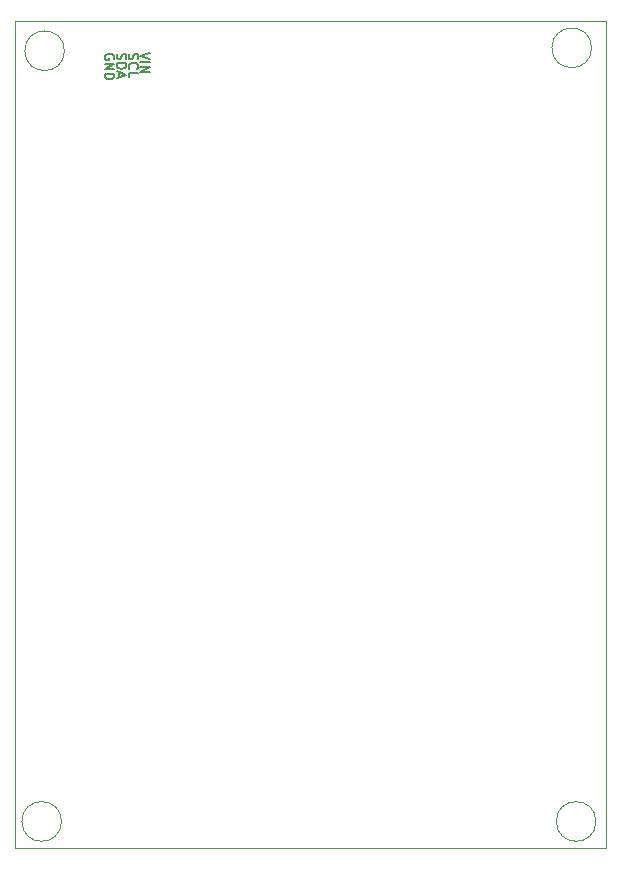
<source format=gbr>
%TF.GenerationSoftware,KiCad,Pcbnew,7.0.6*%
%TF.CreationDate,2023-08-21T19:58:41-03:00*%
%TF.ProjectId,satelite,73617465-6c69-4746-952e-6b696361645f,rev?*%
%TF.SameCoordinates,Original*%
%TF.FileFunction,Profile,NP*%
%FSLAX46Y46*%
G04 Gerber Fmt 4.6, Leading zero omitted, Abs format (unit mm)*
G04 Created by KiCad (PCBNEW 7.0.6) date 2023-08-21 19:58:41*
%MOMM*%
%LPD*%
G01*
G04 APERTURE LIST*
%ADD10C,0.150000*%
%ADD11C,0.160000*%
%TA.AperFunction,Profile*%
%ADD12C,0.050000*%
%TD*%
G04 APERTURE END LIST*
D10*
X137405704Y-65674874D02*
X136605704Y-65941541D01*
X136605704Y-65941541D02*
X137405704Y-66208207D01*
X136605704Y-66474874D02*
X137405704Y-66474874D01*
X136605704Y-66855826D02*
X137405704Y-66855826D01*
X137405704Y-66855826D02*
X136605704Y-67312969D01*
X136605704Y-67312969D02*
X137405704Y-67312969D01*
X135643800Y-65751064D02*
X135605704Y-65865350D01*
X135605704Y-65865350D02*
X135605704Y-66055826D01*
X135605704Y-66055826D02*
X135643800Y-66132017D01*
X135643800Y-66132017D02*
X135681895Y-66170112D01*
X135681895Y-66170112D02*
X135758085Y-66208207D01*
X135758085Y-66208207D02*
X135834276Y-66208207D01*
X135834276Y-66208207D02*
X135910466Y-66170112D01*
X135910466Y-66170112D02*
X135948561Y-66132017D01*
X135948561Y-66132017D02*
X135986657Y-66055826D01*
X135986657Y-66055826D02*
X136024752Y-65903445D01*
X136024752Y-65903445D02*
X136062847Y-65827255D01*
X136062847Y-65827255D02*
X136100942Y-65789160D01*
X136100942Y-65789160D02*
X136177133Y-65751064D01*
X136177133Y-65751064D02*
X136253323Y-65751064D01*
X136253323Y-65751064D02*
X136329514Y-65789160D01*
X136329514Y-65789160D02*
X136367609Y-65827255D01*
X136367609Y-65827255D02*
X136405704Y-65903445D01*
X136405704Y-65903445D02*
X136405704Y-66093922D01*
X136405704Y-66093922D02*
X136367609Y-66208207D01*
X135681895Y-67008208D02*
X135643800Y-66970112D01*
X135643800Y-66970112D02*
X135605704Y-66855827D01*
X135605704Y-66855827D02*
X135605704Y-66779636D01*
X135605704Y-66779636D02*
X135643800Y-66665350D01*
X135643800Y-66665350D02*
X135719990Y-66589160D01*
X135719990Y-66589160D02*
X135796180Y-66551065D01*
X135796180Y-66551065D02*
X135948561Y-66512969D01*
X135948561Y-66512969D02*
X136062847Y-66512969D01*
X136062847Y-66512969D02*
X136215228Y-66551065D01*
X136215228Y-66551065D02*
X136291419Y-66589160D01*
X136291419Y-66589160D02*
X136367609Y-66665350D01*
X136367609Y-66665350D02*
X136405704Y-66779636D01*
X136405704Y-66779636D02*
X136405704Y-66855827D01*
X136405704Y-66855827D02*
X136367609Y-66970112D01*
X136367609Y-66970112D02*
X136329514Y-67008208D01*
X135605704Y-67732017D02*
X135605704Y-67351065D01*
X135605704Y-67351065D02*
X136405704Y-67351065D01*
D11*
X134644320Y-65757643D02*
X134606224Y-65871929D01*
X134606224Y-65871929D02*
X134606224Y-66062405D01*
X134606224Y-66062405D02*
X134644320Y-66138596D01*
X134644320Y-66138596D02*
X134682415Y-66176691D01*
X134682415Y-66176691D02*
X134758605Y-66214786D01*
X134758605Y-66214786D02*
X134834796Y-66214786D01*
X134834796Y-66214786D02*
X134910986Y-66176691D01*
X134910986Y-66176691D02*
X134949081Y-66138596D01*
X134949081Y-66138596D02*
X134987177Y-66062405D01*
X134987177Y-66062405D02*
X135025272Y-65910024D01*
X135025272Y-65910024D02*
X135063367Y-65833834D01*
X135063367Y-65833834D02*
X135101462Y-65795739D01*
X135101462Y-65795739D02*
X135177653Y-65757643D01*
X135177653Y-65757643D02*
X135253843Y-65757643D01*
X135253843Y-65757643D02*
X135330034Y-65795739D01*
X135330034Y-65795739D02*
X135368129Y-65833834D01*
X135368129Y-65833834D02*
X135406224Y-65910024D01*
X135406224Y-65910024D02*
X135406224Y-66100501D01*
X135406224Y-66100501D02*
X135368129Y-66214786D01*
X134606224Y-66557644D02*
X135406224Y-66557644D01*
X135406224Y-66557644D02*
X135406224Y-66748120D01*
X135406224Y-66748120D02*
X135368129Y-66862406D01*
X135368129Y-66862406D02*
X135291939Y-66938596D01*
X135291939Y-66938596D02*
X135215748Y-66976691D01*
X135215748Y-66976691D02*
X135063367Y-67014787D01*
X135063367Y-67014787D02*
X134949081Y-67014787D01*
X134949081Y-67014787D02*
X134796700Y-66976691D01*
X134796700Y-66976691D02*
X134720510Y-66938596D01*
X134720510Y-66938596D02*
X134644320Y-66862406D01*
X134644320Y-66862406D02*
X134606224Y-66748120D01*
X134606224Y-66748120D02*
X134606224Y-66557644D01*
X134834796Y-67319548D02*
X134834796Y-67700501D01*
X134606224Y-67243358D02*
X135406224Y-67510025D01*
X135406224Y-67510025D02*
X134606224Y-67776691D01*
X134368129Y-66214786D02*
X134406224Y-66138596D01*
X134406224Y-66138596D02*
X134406224Y-66024310D01*
X134406224Y-66024310D02*
X134368129Y-65910024D01*
X134368129Y-65910024D02*
X134291939Y-65833834D01*
X134291939Y-65833834D02*
X134215748Y-65795739D01*
X134215748Y-65795739D02*
X134063367Y-65757643D01*
X134063367Y-65757643D02*
X133949081Y-65757643D01*
X133949081Y-65757643D02*
X133796700Y-65795739D01*
X133796700Y-65795739D02*
X133720510Y-65833834D01*
X133720510Y-65833834D02*
X133644320Y-65910024D01*
X133644320Y-65910024D02*
X133606224Y-66024310D01*
X133606224Y-66024310D02*
X133606224Y-66100501D01*
X133606224Y-66100501D02*
X133644320Y-66214786D01*
X133644320Y-66214786D02*
X133682415Y-66252882D01*
X133682415Y-66252882D02*
X133949081Y-66252882D01*
X133949081Y-66252882D02*
X133949081Y-66100501D01*
X133606224Y-66595739D02*
X134406224Y-66595739D01*
X134406224Y-66595739D02*
X133606224Y-67052882D01*
X133606224Y-67052882D02*
X134406224Y-67052882D01*
X133606224Y-67433834D02*
X134406224Y-67433834D01*
X134406224Y-67433834D02*
X134406224Y-67624310D01*
X134406224Y-67624310D02*
X134368129Y-67738596D01*
X134368129Y-67738596D02*
X134291939Y-67814786D01*
X134291939Y-67814786D02*
X134215748Y-67852881D01*
X134215748Y-67852881D02*
X134063367Y-67890977D01*
X134063367Y-67890977D02*
X133949081Y-67890977D01*
X133949081Y-67890977D02*
X133796700Y-67852881D01*
X133796700Y-67852881D02*
X133720510Y-67814786D01*
X133720510Y-67814786D02*
X133644320Y-67738596D01*
X133644320Y-67738596D02*
X133606224Y-67624310D01*
X133606224Y-67624310D02*
X133606224Y-67433834D01*
D12*
X130179243Y-65500000D02*
G75*
G03*
X130179243Y-65500000I-1679243J0D01*
G01*
X129929243Y-130750000D02*
G75*
G03*
X129929243Y-130750000I-1679243J0D01*
G01*
X175179243Y-130750000D02*
G75*
G03*
X175179243Y-130750000I-1679243J0D01*
G01*
X174807923Y-65250000D02*
G75*
G03*
X174807923Y-65250000I-1679243J0D01*
G01*
X126000000Y-63000000D02*
X176000000Y-63000000D01*
X176000000Y-133000000D01*
X126000000Y-133000000D01*
X126000000Y-63000000D01*
M02*

</source>
